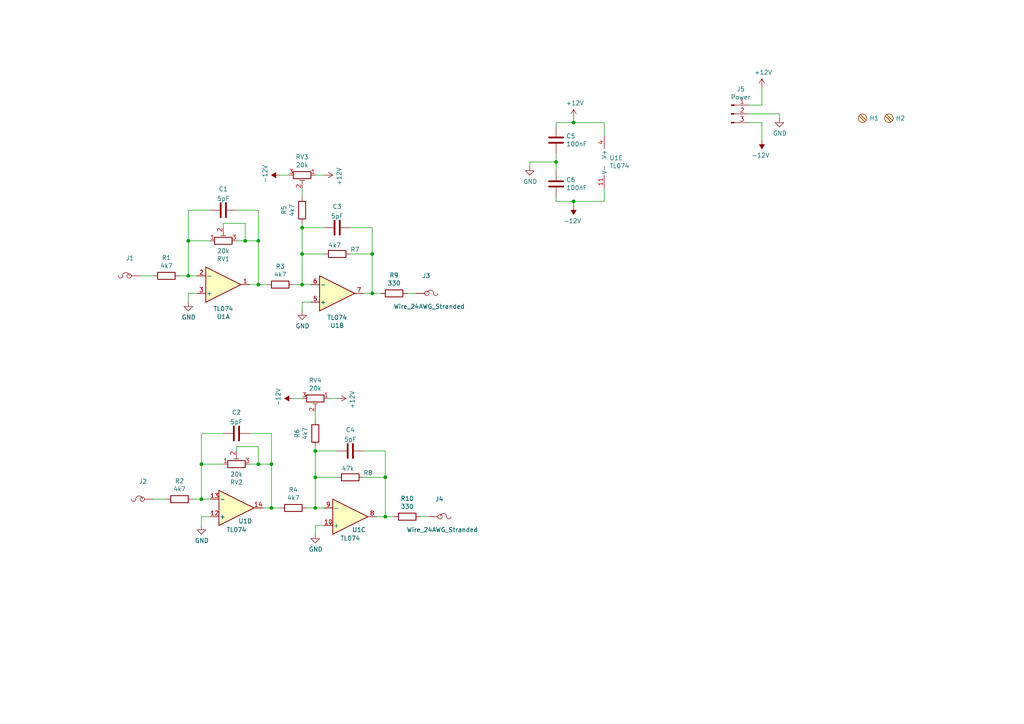
<source format=kicad_sch>
(kicad_sch (version 20211123) (generator eeschema)
  (paper "A4")
  (title_block (rev "v02") (comment 2 "creativecommons.org/licenses/by/4.0/") (comment 3 "License: CC BY 4.0") (comment 4 "Author: Guy John"))
  (lib_symbols
    (symbol "Amplifier_Operational:TL074" (pin_names (offset 0.127))
      (property "Reference" "U" (at 0 5.08 0))
      (property "Value" "TL074" (at 0 -5.08 0))
      (symbol "TL074_1_1"
        (polyline (pts (xy -5.08 5.08) (xy 5.08 0) (xy -5.08 -5.08) (xy -5.08 5.08)) (stroke (width 0.254)) (fill (type background)))
        (pin output line (at 7.62 0 180) (length 2.54) (name "~") (number "1"))
        (pin input line (at -7.62 -2.54 0) (length 2.54) (name "-") (number "2"))
        (pin input line (at -7.62 2.54 0) (length 2.54) (name "+") (number "3"))
      )
      (symbol "TL074_2_1"
        (polyline (pts (xy -5.08 5.08) (xy 5.08 0) (xy -5.08 -5.08) (xy -5.08 5.08)) (stroke (width 0.254)) (fill (type background)))
        (pin input line (at -7.62 2.54 0) (length 2.54) (name "+") (number "5"))
        (pin input line (at -7.62 -2.54 0) (length 2.54) (name "-") (number "6"))
        (pin output line (at 7.62 0 180) (length 2.54) (name "~") (number "7"))
      )
      (symbol "TL074_3_1"
        (polyline (pts (xy -5.08 5.08) (xy 5.08 0) (xy -5.08 -5.08) (xy -5.08 5.08)) (stroke (width 0.254)) (fill (type background)))
        (pin input line (at -7.62 2.54 0) (length 2.54) (name "+") (number "10"))
        (pin output line (at 7.62 0 180) (length 2.54) (name "~") (number "8"))
        (pin input line (at -7.62 -2.54 0) (length 2.54) (name "-") (number "9"))
      )
      (symbol "TL074_4_1"
        (polyline (pts (xy -5.08 5.08) (xy 5.08 0) (xy -5.08 -5.08) (xy -5.08 5.08)) (stroke (width 0.254)) (fill (type background)))
        (pin input line (at -7.62 2.54 0) (length 2.54) (name "+") (number "12"))
        (pin input line (at -7.62 -2.54 0) (length 2.54) (name "-") (number "13"))
        (pin output line (at 7.62 0 180) (length 2.54) (name "~") (number "14"))
      )
      (symbol "TL074_5_1"
        (pin power_in line (at -2.54 -7.62 90) (length 3.81) (name "V-") (number "11"))
        (pin power_in line (at -2.54 7.62 270) (length 3.81) (name "V+") (number "4"))
      )
    )
    (symbol "Board_Hardware:MountingScrew_M3_Flathead" (pin_numbers hide) (pin_names (offset 0) hide)
      (property "Reference" "H" (at 0 2.54 0))
      (symbol "MountingScrew_M3_Flathead_0_1"
        (polyline (pts (xy -1.016 0.635) (xy 0.635 -1.016)))
        (polyline (pts (xy 1.016 -0.635) (xy -0.635 1.016)))
        (circle (center 0 0) (radius 1.2446) (fill (type background)))
      )
    )
    (symbol "Connector:Conn_01x03_Male" (pin_names (offset 1.016) hide)
      (property "Reference" "J" (at 0 5.08 0))
      (property "Value" "Conn_01x03_Male" (at 0 -5.08 0))
      (symbol "Conn_01x03_Male_1_1"
        (polyline (pts (xy 1.27 -2.54) (xy 0.8636 -2.54)) (stroke (width 0.1524)))
        (polyline (pts (xy 1.27 0) (xy 0.8636 0)) (stroke (width 0.1524)))
        (polyline (pts (xy 1.27 2.54) (xy 0.8636 2.54)) (stroke (width 0.1524)))
        (rectangle (start 0.8636 -2.413) (end 0 -2.667) (stroke (width 0.1524)) (fill (type outline)))
        (rectangle (start 0.8636 0.127) (end 0 -0.127) (stroke (width 0.1524)) (fill (type outline)))
        (rectangle (start 0.8636 2.667) (end 0 2.413) (stroke (width 0.1524)) (fill (type outline)))
        (pin passive line (at 5.08 2.54 180) (length 3.81) (name "Pin_1") (number "1"))
        (pin passive line (at 5.08 0 180) (length 3.81) (name "Pin_2") (number "2"))
        (pin passive line (at 5.08 -2.54 180) (length 3.81) (name "Pin_3") (number "3"))
      )
    )
    (symbol "Device:C" (pin_numbers hide) (pin_names (offset 0.254))
      (property "Reference" "C" (at 0.635 2.54 0))
      (property "Value" "C" (at 0.635 -2.54 0))
      (symbol "C_0_1"
        (polyline (pts (xy -2.032 -0.762) (xy 2.032 -0.762)) (stroke (width 0.508)))
        (polyline (pts (xy -2.032 0.762) (xy 2.032 0.762)) (stroke (width 0.508)))
      )
      (symbol "C_1_1"
        (pin passive line (at 0 3.81 270) (length 2.794) (name "~") (number "1"))
        (pin passive line (at 0 -3.81 90) (length 2.794) (name "~") (number "2"))
      )
    )
    (symbol "Device:R" (pin_numbers hide) (pin_names (offset 0))
      (property "Reference" "R" (at 2.032 0 90))
      (property "Value" "R" (at 0 0 90))
      (symbol "R_0_1"
        (rectangle (start -1.016 -2.54) (end 1.016 2.54) (stroke (width 0.254)))
      )
      (symbol "R_1_1"
        (pin passive line (at 0 3.81 270) (length 1.27) (name "~") (number "1"))
        (pin passive line (at 0 -3.81 90) (length 1.27) (name "~") (number "2"))
      )
    )
    (symbol "Device:R_POT_TRIM" (pin_names (offset 1.016) hide)
      (property "Reference" "RV" (at -4.445 0 90))
      (property "Value" "Device_R_POT_TRIM" (at -2.54 0 90))
      (symbol "R_POT_TRIM_0_1"
        (polyline (pts (xy 1.524 0.762) (xy 1.524 -0.762)))
        (polyline (pts (xy 2.54 0) (xy 1.524 0)))
        (rectangle (start 1.016 2.54) (end -1.016 -2.54) (stroke (width 0.254)))
      )
      (symbol "R_POT_TRIM_1_1"
        (pin passive line (at 0 3.81 270) (length 1.27) (name "1") (number "1"))
        (pin passive line (at 3.81 0 180) (length 1.27) (name "2") (number "2"))
        (pin passive line (at 0 -3.81 90) (length 1.27) (name "3") (number "3"))
      )
    )
    (symbol "WireConnections:Wire_24AWG_Stranded" (pin_numbers hide) (pin_names (offset 0) hide)
      (property "Reference" "J" (at 0.635 2.54 0))
      (property "Value" "WireConnections_Wire_24AWG_Stranded" (at 0.635 -2.54 0))
      (symbol "Wire_24AWG_Stranded_0_1"
        (arc (start -2.54 0) (mid -1.905 -0.635) (end -1.27 0))
        (arc (start 0.635 0) (mid -0.3175 0.9399) (end -1.27 0))
        (circle (center 0.635 0) (radius 0.635))
      )
      (symbol "Wire_24AWG_Stranded_1_1"
        (pin input line (at 3.81 0 180) (length 2.54) (name "~") (number "1"))
      )
    )
    (symbol "power:+12V" (power) (pin_names (offset 0))
      (property "Value" "+12V" (at 0 3.556 0))
      (symbol "+12V_0_1"
        (polyline (pts (xy -0.762 1.27) (xy 0 2.54)))
        (polyline (pts (xy 0 0) (xy 0 2.54)))
        (polyline (pts (xy 0 2.54) (xy 0.762 1.27)))
      )
      (symbol "+12V_1_1"
        (pin power_in line (at 0 0 90) (length 0) hide (name "+12V") (number "1"))
      )
    )
    (symbol "power:-12V" (power) (pin_names (offset 0))
      (property "Value" "-12V" (at 0 3.81 0))
      (symbol "-12V_0_0"
        (pin power_in line (at 0 0 90) (length 0) hide (name "-12V") (number "1"))
      )
      (symbol "-12V_0_1"
        (polyline (pts (xy 0 0) (xy 0 1.27) (xy 0.762 1.27) (xy 0 2.54) (xy -0.762 1.27) (xy 0 1.27)) (fill (type outline)))
      )
    )
    (symbol "power:GND" (power) (pin_names (offset 0))
      (property "Value" "GND" (at 0 -3.81 0))
      (symbol "GND_0_1"
        (polyline (pts (xy 0 0) (xy 0 -1.27) (xy 1.27 -1.27) (xy 0 -2.54) (xy -1.27 -1.27) (xy 0 -1.27)))
      )
      (symbol "GND_1_1"
        (pin power_in line (at 0 0 270) (length 0) hide (name "GND") (number "1"))
      )
    )
  )
  (junction (at 107.95 73.66))
  (junction (at 91.44 138.43))
  (junction (at 111.76 149.86))
  (junction (at 87.63 82.55))
  (junction (at 78.74 134.62))
  (junction (at 87.63 73.66))
  (junction (at 58.42 134.62))
  (junction (at 74.93 134.62))
  (junction (at 111.76 138.43))
  (junction (at 71.12 69.85))
  (junction (at 58.42 144.78))
  (junction (at 54.61 69.85))
  (junction (at 78.74 147.32))
  (junction (at 91.44 147.32))
  (junction (at 107.95 85.09))
  (junction (at 91.44 130.81))
  (junction (at 74.93 69.85))
  (junction (at 166.37 35.56))
  (junction (at 161.29 46.99))
  (junction (at 166.37 58.42))
  (junction (at 74.93 82.55))
  (junction (at 87.63 66.04))
  (junction (at 54.61 80.01))
  (wire (pts (xy 161.29 46.99) (xy 161.29 49.53)))
  (wire (pts (xy 91.44 130.81) (xy 91.44 138.43)))
  (wire (pts (xy 55.88 144.78) (xy 58.42 144.78)))
  (wire (pts (xy 87.63 82.55) (xy 87.63 73.66)))
  (wire (pts (xy 87.63 82.55) (xy 90.17 82.55)))
  (wire (pts (xy 161.29 57.15) (xy 161.29 58.42)))
  (wire (pts (xy 175.26 35.56) (xy 175.26 39.37)))
  (wire (pts (xy 217.17 33.02) (xy 226.06 33.02)))
  (wire (pts (xy 87.63 54.61) (xy 87.63 57.15)))
  (wire (pts (xy 153.67 48.26) (xy 153.67 46.99)))
  (wire (pts (xy 78.74 125.73) (xy 78.74 134.62)))
  (wire (pts (xy 87.63 66.04) (xy 87.63 73.66)))
  (wire (pts (xy 161.29 58.42) (xy 166.37 58.42)))
  (wire (pts (xy 64.77 66.04) (xy 64.77 64.77)))
  (wire (pts (xy 166.37 34.29) (xy 166.37 35.56)))
  (wire (pts (xy 74.93 60.96) (xy 74.93 69.85)))
  (wire (pts (xy 220.98 35.56) (xy 220.98 40.64)))
  (wire (pts (xy 166.37 35.56) (xy 175.26 35.56)))
  (wire (pts (xy 87.63 115.57) (xy 85.09 115.57)))
  (wire (pts (xy 111.76 149.86) (xy 114.3 149.86)))
  (wire (pts (xy 58.42 149.86) (xy 58.42 152.4)))
  (wire (pts (xy 60.96 149.86) (xy 58.42 149.86)))
  (wire (pts (xy 153.67 46.99) (xy 161.29 46.99)))
  (wire (pts (xy 60.96 60.96) (xy 54.61 60.96)))
  (wire (pts (xy 118.11 85.09) (xy 120.65 85.09)))
  (wire (pts (xy 74.93 129.54) (xy 74.93 134.62)))
  (wire (pts (xy 74.93 82.55) (xy 77.47 82.55)))
  (wire (pts (xy 68.58 129.54) (xy 74.93 129.54)))
  (wire (pts (xy 57.15 85.09) (xy 54.61 85.09)))
  (wire (pts (xy 217.17 35.56) (xy 220.98 35.56)))
  (wire (pts (xy 166.37 35.56) (xy 161.29 35.56)))
  (wire (pts (xy 107.95 73.66) (xy 107.95 85.09)))
  (wire (pts (xy 91.44 130.81) (xy 97.79 130.81)))
  (wire (pts (xy 107.95 66.04) (xy 107.95 73.66)))
  (wire (pts (xy 64.77 64.77) (xy 71.12 64.77)))
  (wire (pts (xy 217.17 30.48) (xy 220.98 30.48)))
  (wire (pts (xy 88.9 147.32) (xy 91.44 147.32)))
  (wire (pts (xy 87.63 73.66) (xy 93.98 73.66)))
  (wire (pts (xy 74.93 134.62) (xy 72.39 134.62)))
  (wire (pts (xy 91.44 147.32) (xy 93.98 147.32)))
  (wire (pts (xy 54.61 69.85) (xy 60.96 69.85)))
  (wire (pts (xy 71.12 69.85) (xy 68.58 69.85)))
  (wire (pts (xy 91.44 138.43) (xy 97.79 138.43)))
  (wire (pts (xy 54.61 60.96) (xy 54.61 69.85)))
  (wire (pts (xy 52.07 80.01) (xy 54.61 80.01)))
  (wire (pts (xy 91.44 147.32) (xy 91.44 138.43)))
  (wire (pts (xy 107.95 85.09) (xy 110.49 85.09)))
  (wire (pts (xy 54.61 80.01) (xy 54.61 69.85)))
  (wire (pts (xy 44.45 80.01) (xy 40.64 80.01)))
  (wire (pts (xy 91.44 152.4) (xy 93.98 152.4)))
  (wire (pts (xy 121.92 149.86) (xy 124.46 149.86)))
  (wire (pts (xy 74.93 134.62) (xy 78.74 134.62)))
  (wire (pts (xy 58.42 134.62) (xy 64.77 134.62)))
  (wire (pts (xy 93.98 50.8) (xy 91.44 50.8)))
  (wire (pts (xy 87.63 66.04) (xy 93.98 66.04)))
  (wire (pts (xy 87.63 64.77) (xy 87.63 66.04)))
  (wire (pts (xy 105.41 138.43) (xy 111.76 138.43)))
  (wire (pts (xy 72.39 82.55) (xy 74.93 82.55)))
  (wire (pts (xy 78.74 147.32) (xy 81.28 147.32)))
  (wire (pts (xy 71.12 69.85) (xy 74.93 69.85)))
  (wire (pts (xy 54.61 85.09) (xy 54.61 87.63)))
  (wire (pts (xy 71.12 64.77) (xy 71.12 69.85)))
  (wire (pts (xy 111.76 138.43) (xy 111.76 149.86)))
  (wire (pts (xy 58.42 144.78) (xy 60.96 144.78)))
  (wire (pts (xy 101.6 73.66) (xy 107.95 73.66)))
  (wire (pts (xy 54.61 80.01) (xy 57.15 80.01)))
  (wire (pts (xy 87.63 87.63) (xy 87.63 90.17)))
  (wire (pts (xy 72.39 125.73) (xy 78.74 125.73)))
  (wire (pts (xy 220.98 30.48) (xy 220.98 25.4)))
  (wire (pts (xy 109.22 149.86) (xy 111.76 149.86)))
  (wire (pts (xy 226.06 33.02) (xy 226.06 34.29)))
  (wire (pts (xy 166.37 58.42) (xy 175.26 58.42)))
  (wire (pts (xy 91.44 152.4) (xy 91.44 154.94)))
  (wire (pts (xy 91.44 119.38) (xy 91.44 121.92)))
  (wire (pts (xy 78.74 147.32) (xy 78.74 134.62)))
  (wire (pts (xy 166.37 59.69) (xy 166.37 58.42)))
  (wire (pts (xy 175.26 58.42) (xy 175.26 54.61)))
  (wire (pts (xy 48.26 144.78) (xy 44.45 144.78)))
  (wire (pts (xy 105.41 85.09) (xy 107.95 85.09)))
  (wire (pts (xy 101.6 66.04) (xy 107.95 66.04)))
  (wire (pts (xy 58.42 125.73) (xy 58.42 134.62)))
  (wire (pts (xy 87.63 87.63) (xy 90.17 87.63)))
  (wire (pts (xy 83.82 50.8) (xy 81.28 50.8)))
  (wire (pts (xy 74.93 82.55) (xy 74.93 69.85)))
  (wire (pts (xy 111.76 130.81) (xy 111.76 138.43)))
  (wire (pts (xy 97.79 115.57) (xy 95.25 115.57)))
  (wire (pts (xy 161.29 44.45) (xy 161.29 46.99)))
  (wire (pts (xy 85.09 82.55) (xy 87.63 82.55)))
  (wire (pts (xy 64.77 125.73) (xy 58.42 125.73)))
  (wire (pts (xy 58.42 144.78) (xy 58.42 134.62)))
  (wire (pts (xy 68.58 130.81) (xy 68.58 129.54)))
  (wire (pts (xy 105.41 130.81) (xy 111.76 130.81)))
  (wire (pts (xy 68.58 60.96) (xy 74.93 60.96)))
  (wire (pts (xy 91.44 129.54) (xy 91.44 130.81)))
  (wire (pts (xy 76.2 147.32) (xy 78.74 147.32)))
  (wire (pts (xy 161.29 35.56) (xy 161.29 36.83)))
  (symbol (lib_id "Device:R") (at 48.26 80.01 90) (unit 1)
    (property "Reference" "R1" (at 48.26 74.7522 90))
    (property "Value" "4k7" (at 48.26 77.0636 90))
    (property "Footprint" "Rumblesan_Footprints:Resistor_THT_L6.3mm_D2.5mm_P10.16mm_Horizontal" (effects hide))
  )
  (symbol (lib_id "Device:R") (at 97.79 73.66 270) (unit 1)
    (property "Reference" "R7" (at 101.6 72.39 90) (effects (justify left)))
    (property "Value" "4k7" (at 95.25 71.12 90) (effects (justify left)))
    (property "Footprint" "Rumblesan_Footprints:Resistor_THT_L6.3mm_D2.5mm_P10.16mm_Horizontal" (effects hide))
  )
  (symbol (lib_id "Amplifier_Operational:TL074") (at 64.77 82.55 0) (mirror x) (unit 1)
    (property "Reference" "U1" (at 64.77 91.8718 0))
    (property "Value" "TL074" (at 64.77 89.5604 0))
    (property "Footprint" "Package_DIP:DIP-14_W7.62mm_Socket" (effects hide))
    (property "Datasheet" "http://www.ti.com/lit/ds/symlink/tl071.pdf" (effects hide))
  )
  (symbol (lib_id "Device:R") (at 81.28 82.55 270) (unit 1)
    (property "Reference" "R3" (at 81.28 77.2922 90))
    (property "Value" "4k7" (at 81.28 79.6036 90))
    (property "Footprint" "Rumblesan_Footprints:Resistor_THT_L6.3mm_D2.5mm_P10.16mm_Horizontal" (effects hide))
  )
  (symbol (lib_id "power:GND") (at 54.61 87.63 0) (unit 1)
    (property "Reference" "#PWR01" (effects hide))
    (property "Value" "GND" (at 54.737 92.0242 0))
  )
  (symbol (lib_id "Device:R_POT_TRIM") (at 64.77 69.85 90) (unit 1)
    (property "Reference" "RV1" (at 64.77 75.1078 90))
    (property "Value" "20k" (at 64.77 72.7964 90))
    (property "Footprint" "Rumblesan_Footprints:Potentiometer_THT_Bourns_3306P_Vertical" (effects hide))
  )
  (symbol (lib_id "Device:R") (at 114.3 85.09 270) (unit 1)
    (property "Reference" "R9" (at 114.3 79.8322 90))
    (property "Value" "330" (at 114.3 82.1436 90))
    (property "Footprint" "Rumblesan_Footprints:Resistor_THT_L6.3mm_D2.5mm_P10.16mm_Horizontal" (effects hide))
  )
  (symbol (lib_id "Amplifier_Operational:TL074") (at 97.79 85.09 0) (mirror x) (unit 2)
    (property "Reference" "U1" (at 97.79 94.4118 0))
    (property "Value" "TL074" (at 97.79 92.1004 0))
    (property "Footprint" "Package_DIP:DIP-14_W7.62mm_Socket" (effects hide))
    (property "Datasheet" "http://www.ti.com/lit/ds/symlink/tl071.pdf" (effects hide))
  )
  (symbol (lib_id "Amplifier_Operational:TL074") (at 177.8 46.99 0) (unit 5)
    (property "Reference" "U1" (at 176.7332 45.8216 0) (effects (justify left)))
    (property "Value" "TL074" (at 176.7332 48.133 0) (effects (justify left)))
    (property "Footprint" "Package_DIP:DIP-14_W7.62mm_Socket" (effects hide))
    (property "Datasheet" "http://www.ti.com/lit/ds/symlink/tl071.pdf" (effects hide))
  )
  (symbol (lib_id "Connector:Conn_01x03_Male") (at 212.09 33.02 0) (unit 1)
    (property "Reference" "J5" (at 214.8332 25.8826 0))
    (property "Value" "Power" (at 214.8332 28.194 0))
    (property "Footprint" "Rumblesan_Footprints:SolderWire-24AWG-0.2sqmm_1x03_D0.5mm_OD1.1mm_Relief" (effects hide))
  )
  (symbol (lib_id "power:+12V") (at 220.98 25.4 0) (unit 1)
    (property "Reference" "#PWR012" (effects hide))
    (property "Value" "+12V" (at 221.361 21.0058 0))
  )
  (symbol (lib_id "power:-12V") (at 220.98 40.64 180) (unit 1)
    (property "Reference" "#PWR013" (effects hide))
    (property "Value" "-12V" (at 220.599 45.0342 0))
  )
  (symbol (lib_id "power:GND") (at 226.06 34.29 0) (unit 1)
    (property "Reference" "#PWR014" (effects hide))
    (property "Value" "GND" (at 226.187 38.6842 0))
  )
  (symbol (lib_id "power:+12V") (at 166.37 34.29 0) (unit 1)
    (property "Reference" "#PWR010" (effects hide))
    (property "Value" "+12V" (at 166.751 29.8958 0))
  )
  (symbol (lib_id "power:-12V") (at 166.37 59.69 180) (unit 1)
    (property "Reference" "#PWR011" (effects hide))
    (property "Value" "-12V" (at 165.989 64.0842 0))
  )
  (symbol (lib_id "Device:C") (at 161.29 40.64 0) (unit 1)
    (property "Reference" "C5" (at 164.211 39.4716 0) (effects (justify left)))
    (property "Value" "100nF" (at 164.211 41.783 0) (effects (justify left)))
    (property "Footprint" "Capacitor_THT:C_Disc_D4.7mm_W2.5mm_P5.00mm" (effects hide))
  )
  (symbol (lib_id "Device:C") (at 161.29 53.34 0) (unit 1)
    (property "Reference" "C6" (at 164.211 52.1716 0) (effects (justify left)))
    (property "Value" "100nF" (at 164.211 54.483 0) (effects (justify left)))
    (property "Footprint" "Capacitor_THT:C_Disc_D4.7mm_W2.5mm_P5.00mm" (effects hide))
  )
  (symbol (lib_id "power:GND") (at 153.67 48.26 0) (unit 1)
    (property "Reference" "#PWR09" (effects hide))
    (property "Value" "GND" (at 153.797 52.6542 0))
  )
  (symbol (lib_id "WireConnections:Wire_24AWG_Stranded") (at 36.83 80.01 0) (unit 1)
    (property "Reference" "J1" (at 37.6682 74.8792 0))
    (property "Value" "Wire_24AWG_Stranded" (effects hide))
    (property "Footprint" "Rumblesan_Footprints:SolderWire-24AWG-0.2sqmm_1x01_D0.5mm_OD1.1mm_Relief" (effects hide))
  )
  (symbol (lib_id "WireConnections:Wire_24AWG_Stranded") (at 124.46 85.09 0) (mirror y) (unit 1)
    (property "Reference" "J3" (at 123.6218 79.9592 0))
    (property "Value" "Wire_24AWG_Stranded" (at 124.46 88.9 0))
    (property "Footprint" "Rumblesan_Footprints:SolderWire-24AWG-0.2sqmm_1x01_D0.5mm_OD1.1mm_Relief" (effects hide))
  )
  (symbol (lib_id "Board_Hardware:MountingScrew_M3_Flathead") (at 250.19 34.29 0) (unit 1)
    (property "Reference" "H1" (at 252.1458 34.29 0) (effects (justify left)))
    (property "Value" "MountingScrew_M3_Flathead" (effects hide))
    (property "Footprint" "MountingHole:MountingHole_3.2mm_M3" (effects hide))
  )
  (symbol (lib_id "Board_Hardware:MountingScrew_M3_Flathead") (at 257.81 34.29 0) (unit 1)
    (property "Reference" "H2" (at 259.7658 34.29 0) (effects (justify left)))
    (property "Value" "MountingScrew_M3_Flathead" (effects hide))
    (property "Footprint" "MountingHole:MountingHole_3.2mm_M3" (effects hide))
  )
  (symbol (lib_id "Device:R") (at 87.63 60.96 0) (unit 1)
    (property "Reference" "R5" (at 82.3722 60.96 90))
    (property "Value" "4k7" (at 84.6836 60.96 90))
    (property "Footprint" "Rumblesan_Footprints:Resistor_THT_L6.3mm_D2.5mm_P10.16mm_Horizontal" (effects hide))
  )
  (symbol (lib_id "Device:R") (at 118.11 149.86 270) (unit 1)
    (property "Reference" "R10" (at 118.11 144.6022 90))
    (property "Value" "330" (at 118.11 146.9136 90))
    (property "Footprint" "Rumblesan_Footprints:Resistor_THT_L6.3mm_D2.5mm_P10.16mm_Horizontal" (effects hide))
  )
  (symbol (lib_id "power:-12V") (at 81.28 50.8 90) (unit 1)
    (property "Reference" "#PWR03" (effects hide))
    (property "Value" "-12V" (at 76.8858 50.419 0))
  )
  (symbol (lib_id "Device:C") (at 101.6 130.81 90) (unit 1)
    (property "Reference" "C4" (at 101.6 124.6845 90))
    (property "Value" "5pF" (at 101.6 127.4596 90))
    (property "Footprint" "Capacitor_THT:C_Disc_D4.7mm_W2.5mm_P5.00mm" (effects hide))
  )
  (symbol (lib_id "WireConnections:Wire_24AWG_Stranded") (at 128.27 149.86 0) (mirror y) (unit 1)
    (property "Reference" "J4" (at 127.4318 144.7292 0))
    (property "Value" "Wire_24AWG_Stranded" (at 128.27 153.67 0))
    (property "Footprint" "Rumblesan_Footprints:SolderWire-24AWG-0.2sqmm_1x01_D0.5mm_OD1.1mm_Relief" (effects hide))
  )
  (symbol (lib_id "WireConnections:Wire_24AWG_Stranded") (at 40.64 144.78 0) (unit 1)
    (property "Reference" "J2" (at 41.4782 139.6492 0))
    (property "Value" "Wire_24AWG_Stranded" (effects hide))
    (property "Footprint" "Rumblesan_Footprints:SolderWire-24AWG-0.2sqmm_1x01_D0.5mm_OD1.1mm_Relief" (effects hide))
  )
  (symbol (lib_id "power:GND") (at 87.63 90.17 0) (unit 1)
    (property "Reference" "#PWR05" (effects hide))
    (property "Value" "GND" (at 87.757 94.5642 0))
  )
  (symbol (lib_id "Device:R_POT_TRIM") (at 87.63 50.8 270) (unit 1)
    (property "Reference" "RV3" (at 87.63 45.5422 90))
    (property "Value" "20k" (at 87.63 47.8536 90))
    (property "Footprint" "Rumblesan_Footprints:Potentiometer_THT_Bourns_3306P_Vertical" (effects hide))
  )
  (symbol (lib_id "Device:R") (at 52.07 144.78 90) (unit 1)
    (property "Reference" "R2" (at 52.07 139.5222 90))
    (property "Value" "4k7" (at 52.07 141.8336 90))
    (property "Footprint" "Rumblesan_Footprints:Resistor_THT_L6.3mm_D2.5mm_P10.16mm_Horizontal" (effects hide))
  )
  (symbol (lib_id "Device:R_POT_TRIM") (at 91.44 115.57 270) (unit 1)
    (property "Reference" "RV4" (at 91.44 110.3122 90))
    (property "Value" "20k" (at 91.44 112.6236 90))
    (property "Footprint" "Rumblesan_Footprints:Potentiometer_THT_Bourns_3306P_Vertical" (effects hide))
  )
  (symbol (lib_id "Device:R") (at 91.44 125.73 0) (unit 1)
    (property "Reference" "R6" (at 86.1822 125.73 90))
    (property "Value" "4k7" (at 88.4936 125.73 90))
    (property "Footprint" "Rumblesan_Footprints:Resistor_THT_L6.3mm_D2.5mm_P10.16mm_Horizontal" (effects hide))
  )
  (symbol (lib_id "power:+12V") (at 97.79 115.57 270) (unit 1)
    (property "Reference" "#PWR08" (effects hide))
    (property "Value" "+12V" (at 102.1842 115.951 0))
  )
  (symbol (lib_id "power:GND") (at 58.42 152.4 0) (unit 1)
    (property "Reference" "#PWR02" (effects hide))
    (property "Value" "GND" (at 58.547 156.7942 0))
  )
  (symbol (lib_id "Device:R_POT_TRIM") (at 68.58 134.62 90) (unit 1)
    (property "Reference" "RV2" (at 68.58 139.8778 90))
    (property "Value" "20k" (at 68.58 137.5664 90))
    (property "Footprint" "Rumblesan_Footprints:Potentiometer_THT_Bourns_3306P_Vertical" (effects hide))
  )
  (symbol (lib_id "Device:R") (at 101.6 138.43 270) (unit 1)
    (property "Reference" "R8" (at 105.41 137.16 90) (effects (justify left)))
    (property "Value" "47k" (at 99.06 135.89 90) (effects (justify left)))
    (property "Footprint" "Rumblesan_Footprints:Resistor_THT_L6.3mm_D2.5mm_P10.16mm_Horizontal" (effects hide))
  )
  (symbol (lib_id "power:GND") (at 91.44 154.94 0) (unit 1)
    (property "Reference" "#PWR06" (effects hide))
    (property "Value" "GND" (at 91.567 159.3342 0))
  )
  (symbol (lib_id "power:-12V") (at 85.09 115.57 90) (unit 1)
    (property "Reference" "#PWR04" (effects hide))
    (property "Value" "-12V" (at 80.6958 115.189 0))
  )
  (symbol (lib_id "Device:C") (at 64.77 60.96 90) (unit 1)
    (property "Reference" "C1" (at 64.77 54.8345 90))
    (property "Value" "5pF" (at 64.77 57.6096 90))
    (property "Footprint" "Capacitor_THT:C_Disc_D4.7mm_W2.5mm_P5.00mm" (effects hide))
  )
  (symbol (lib_id "Device:R") (at 85.09 147.32 270) (unit 1)
    (property "Reference" "R4" (at 85.09 142.0622 90))
    (property "Value" "4k7" (at 85.09 144.3736 90))
    (property "Footprint" "Rumblesan_Footprints:Resistor_THT_L6.3mm_D2.5mm_P10.16mm_Horizontal" (effects hide))
  )
  (symbol (lib_id "Device:C") (at 97.79 66.04 90) (unit 1)
    (property "Reference" "C3" (at 97.79 59.9145 90))
    (property "Value" "5pF" (at 97.79 62.6896 90))
    (property "Footprint" "Capacitor_THT:C_Disc_D4.7mm_W2.5mm_P5.00mm" (effects hide))
  )
  (symbol (lib_id "Amplifier_Operational:TL074") (at 101.6 149.86 0) (mirror x) (unit 3)
    (property "Reference" "U1" (at 104.14 153.67 0))
    (property "Value" "TL074" (at 101.6 156.1314 0))
    (property "Footprint" "Package_DIP:DIP-14_W7.62mm_Socket" (effects hide))
    (property "Datasheet" "http://www.ti.com/lit/ds/symlink/tl071.pdf" (effects hide))
  )
  (symbol (lib_id "Device:C") (at 68.58 125.73 90) (unit 1)
    (property "Reference" "C2" (at 68.58 119.6045 90))
    (property "Value" "5pF" (at 68.58 122.3796 90))
    (property "Footprint" "Capacitor_THT:C_Disc_D4.7mm_W2.5mm_P5.00mm" (effects hide))
  )
  (symbol (lib_id "Amplifier_Operational:TL074") (at 68.58 147.32 0) (mirror x) (unit 4)
    (property "Reference" "U1" (at 71.12 151.13 0))
    (property "Value" "TL074" (at 68.58 153.67 0))
    (property "Footprint" "Package_DIP:DIP-14_W7.62mm_Socket" (effects hide))
    (property "Datasheet" "http://www.ti.com/lit/ds/symlink/tl071.pdf" (effects hide))
  )
  (symbol (lib_id "power:+12V") (at 93.98 50.8 270) (unit 1)
    (property "Reference" "#PWR07" (effects hide))
    (property "Value" "+12V" (at 98.3742 51.181 0))
  )
)
</source>
